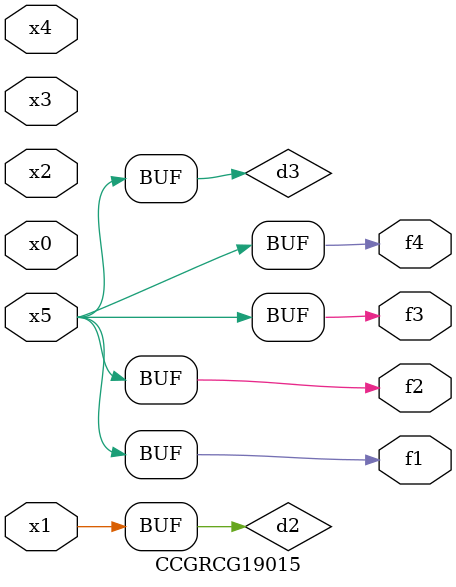
<source format=v>
module CCGRCG19015(
	input x0, x1, x2, x3, x4, x5,
	output f1, f2, f3, f4
);

	wire d1, d2, d3;

	not (d1, x5);
	or (d2, x1);
	xnor (d3, d1);
	assign f1 = d3;
	assign f2 = d3;
	assign f3 = d3;
	assign f4 = d3;
endmodule

</source>
